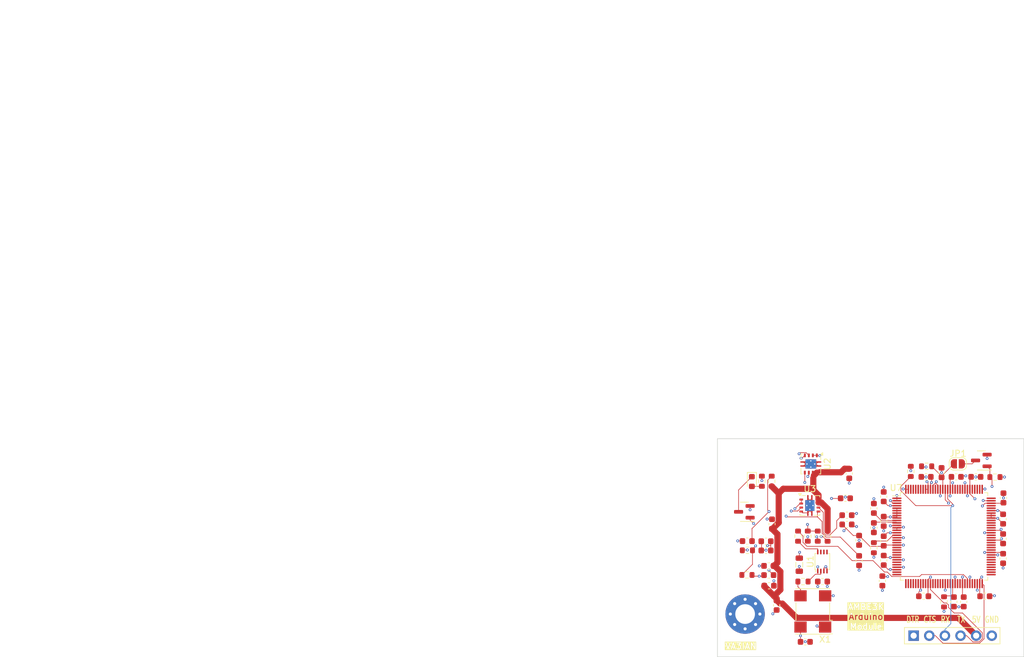
<source format=kicad_pcb>
(kicad_pcb (version 20240108) (generator "pcbnew") (generator_version "8.0")
  (layers (0 "F.Cu" signal) (1 "In1.Cu" signal) (2 "In2.Cu" signal) (31 "B.Cu" signal) (34 "B.Paste" user) (35 "F.Paste" user) (36 "B.SilkS" user "B.Silkscreen") (37 "F.SilkS" user "F.Silkscreen") (38 "B.Mask" user) (39 "F.Mask" user) (44 "Edge.Cuts" user))
  (net 0 "")
  (net 1 "GND")
  (net 2 "+3V3")
  (net 3 "+5V")
  (net 4 "Net-(U2-EN)")
  (net 5 "Net-(U2-NR)")
  (net 6 "Net-(U3-EN)")
  (net 7 "Net-(U3-NR)")
  (net 8 "Net-(D1-K)")
  (net 9 "Net-(D1-A)")
  (net 10 "Net-(U2-FB{slash}SNS)")
  (net 11 "Net-(U3-FB{slash}SNS)")
  (net 13 "+1V8")
  (net 14 "Net-(JP1-B)")
  (net 15 "Net-(U7B-VREF_2V)")
  (net 16 "Net-(U7B-VREF_1V)")
  (net 17 "Net-(U7B-3v3FL)")
  (net 20 "Net-(JP1-A)")
  (net 21 "Net-(X1-OUT)")
  (net 22 "Net-(U1-A)")
  (net 23 "CLK_A")
  (net 24 "Net-(U1-Y4)")
  (net 25 "Net-(U7B-ADCRESEXT)")
  (net 47 "Net-(U7A-NC-Pad50)")
  (net 49 "Net-(U7A-IO_NC-Pad54)")
  (net 50 "Net-(U7A-IO_NC-Pad55)")
  (net 53 "Net-(U7A-IO_NC-Pad65)")
  (net 54 "Net-(U7A-IO_NC-Pad66)")
  (net 55 "Net-(U7A-IO_NC-Pad67)")
  (net 56 "Net-(U7A-IO_PIN)")
  (net 59 "Net-(U7A-IO_NC-Pad72)")
  (net 60 "Net-(U7A-IO_NC-Pad76)")
  (net 62 "Net-(U7A-IO_NC-Pad78)")
  (net 64 "Net-(U7A-IO_NC-Pad81)")
  (net 65 "Net-(U7A-IO_NC-Pad84)")
  (net 66 "Net-(U7A-IO_NC-Pad85)")
  (net 68 "Net-(U7A-NC-Pad87)")
  (net 69 "Net-(U7A-NC-Pad92)")
  (net 70 "Net-(U7A-NC-Pad93)")
  (net 71 "Net-(U7A-NC-Pad96)")
  (net 72 "Net-(U7A-NC-Pad98)")
  (net 73 "Net-(U7A-NC-Pad99)")
  (net 74 "Net-(U7A-NC-Pad100)")
  (net 75 "Net-(U7A-IO_NC-Pad101)")
  (net 76 "Net-(U7A-NC-Pad105)")
  (net 78 "Net-(U7A-IO_NC-Pad107)")
  (net 79 "Net-(U7A-IO_NC-Pad108)")
  (net 80 "Net-(U7A-NC-Pad116)")
  (net 92 "/FTDI_A_DTR")
  (net 93 "/FTDI_A_RXD")
  (net 94 "/FTDI_A_TXD")
  (net 95 "/FTDI_A_CTS")
  (net 96 "/1V8_OSC")
  (footprint "Capacitor_SMD:C_0603_1608Metric" (layer "F.Cu") (at 130.855 104 180)
    (property "Reference" "C1" (hide yes))
    (property "Value" "100n")
  )
  (footprint "Resistor_SMD:R_0603_1608Metric" (layer "F.Cu") (at 142 88.7 90)
    (property "Reference" "R32" (hide yes))
    (property "Value" "24k9")
  )
  (footprint "Resistor_SMD:R_0603_1608Metric" (layer "F.Cu") (at 132.88 86.825 90)
    (property "Reference" "R3" (hide yes))
    (property "Value" "30k9")
  )
  (footprint "Resistor_SMD:R_0603_1608Metric" (layer "F.Cu") (at 150.575 75.475 180)
    (property "Reference" "R31" (hide yes))
    (property "Value" "10k")
  )
  (footprint "Resistor_SMD:R_0603_1608Metric" (layer "F.Cu") (at 123.8 77.9 -90)
    (property "Reference" "R9" (hide yes))
    (property "Value" "330R")
  )
  (footprint "Inductor_SMD:L_0805_2012Metric" (layer "F.Cu") (at 129.88 91.4625 90)
    (property "Reference" "FB1" (hide yes))
    (property "Value" "600R/100M")
  )
  (footprint "Package_TO_SOT_SMD:SOT-23" (layer "F.Cu") (at 159.4625 74.525 180)
    (property "Reference" "Q1" (hide yes))
    (property "Value" "AO3400A")
  )
  (footprint "Resistor_SMD:R_0603_1608Metric" (layer "F.Cu") (at 121.45 89.13)
    (property "Reference" "R7" (hide yes))
    (property "Value" "15k")
  )
  (footprint "Capacitor_SMD:C_0603_1608Metric" (layer "F.Cu") (at 143.6 90.75 90)
    (property "Reference" "C48" (hide yes))
    (property "Value" "100n")
  )
  (footprint "Resistor_SMD:R_0603_1608Metric" (layer "F.Cu") (at 153.4 97.5 -90)
    (property "Reference" "R33" (hide yes))
    (property "Value" "5R1")
  )
  (footprint "Capacitor_SMD:C_0603_1608Metric" (layer "F.Cu") (at 125.45 84.855 -90)
    (property "Reference" "C10" (hide yes))
    (property "Value" "100n")
  )
  (footprint "Oscillator:Oscillator_SMD_Abracon_ASV-4Pin_7.0x5.1mm" (layer "F.Cu") (at 132.08 99.06 90)
    (property "Reference" "X1")
    (property "Value" "29.4912MHz")
  )
  (footprint "Capacitor_SMD:C_0603_1608Metric" (layer "F.Cu") (at 150.0825 96.59)
    (property "Reference" "C51" (hide yes))
    (property "Value" "100n")
  )
  (footprint "Package_DFN_QFN:Texas_DRB0008A" (layer "F.Cu") (at 131.755 75.1 -90)
    (property "Reference" "U2")
    (property "Value" "TPS7A8001DRBR")
  )
  (footprint "Capacitor_SMD:C_0603_1608Metric" (layer "F.Cu") (at 124.925 93.155)
    (property "Reference" "C6" (hide yes))
    (property "Value" "4u7")
  )
  (footprint "Capacitor_SMD:C_0603_1608Metric" (layer "F.Cu") (at 150.4825 77.19)
    (property "Reference" "C39" (hide yes))
    (property "Value" "100n")
  )
  (footprint "Package_TO_SOT_SMD:SOT-23" (layer "F.Cu") (at 120.9525 82.87 180)
    (property "Reference" "Q2" (hide yes))
    (property "Value" "AO3400A")
  )
  (footprint "Capacitor_SMD:C_0603_1608Metric" (layer "F.Cu") (at 142 82.3 -90)
    (property "Reference" "C37" (hide yes))
    (property "Value" "10u")
  )
  (footprint "Resistor_SMD:R_0603_1608Metric" (layer "F.Cu") (at 129.68 86.825 90)
    (property "Reference" "R5" (hide yes))
    (property "Value" "33R")
  )
  (footprint "Resistor_SMD:R_0603_1608Metric" (layer "F.Cu") (at 125.4 77.9 -90)
    (property "Reference" "R6" (hide yes))
    (property "Value" "30k9")
  )
  (footprint "Capacitor_SMD:C_0603_1608Metric" (layer "F.Cu") (at 137.625 83.425 180)
    (property "Reference" "C14" (hide yes))
    (property "Value" "10n")
  )
  (footprint "Capacitor_SMD:C_0603_1608Metric" (layer "F.Cu") (at 124.475 87.655)
    (property "Reference" "C8" (hide yes))
    (property "Value" "100n")
  )
  (footprint "Capacitor_SMD:C_0603_1608Metric" (layer "F.Cu") (at 155.375 77.19 180)
    (property "Reference" "C38" (hide yes))
    (property "Value" "100n")
  )
  (footprint "Package_DFN_QFN:Texas_DRB0008A" (layer "F.Cu") (at 131.6 81.85)
    (property "Reference" "U3")
    (property "Value" "TPS7A8001DRBR")
  )
  (footprint "Resistor_SMD:R_0603_1608Metric" (layer "F.Cu") (at 134.48 86.825 90)
    (property "Reference" "R2" (hide yes))
    (property "Value" "30k9")
  )
  (footprint "Capacitor_SMD:C_0603_1608Metric" (layer "F.Cu") (at 139.6 90.805 90)
    (property "Reference" "C12" (hide yes))
    (property "Value" "4u7")
  )
  (footprint "Capacitor_SMD:C_0603_1608Metric" (layer "F.Cu") (at 133.655 94.2 180)
    (property "Reference" "C2" (hide yes))
    (property "Value" "100n")
  )
  (footprint "Resistor_SMD:R_0603_1608Metric" (layer "F.Cu") (at 161.675 77.225 180)
    (property "Reference" "R30" (hide yes))
    (property "Value" "10k")
  )
  (footprint "Capacitor_SMD:C_0603_1608Metric" (layer "F.Cu") (at 153 76.5 -90)
    (property "Reference" "C33" (hide yes))
    (property "Value" "10u")
  )
  (footprint "Capacitor_SMD:C_0603_1608Metric" (layer "F.Cu") (at 126.2 98.05 90)
    (property "Reference" "C11" (hide yes))
    (property "Value" "4u7")
  )
  (footprint "Jumper:SolderJumper-2_P1.3mm_Open_RoundedPad1.0x1.5mm" (layer "F.Cu") (at 155.65 75.075 180)
    (property "Reference" "JP1")
    (property "Value" "HW RST")
  )
  (footprint "Capacitor_SMD:C_0603_1608Metric" (layer "F.Cu") (at 137.625 84.925 180)
    (property "Reference" "C15" (hide yes))
    (property "Value" "100n")
  )
  (footprint "Capacitor_SMD:C_0603_1608Metric" (layer "F.Cu") (at 124.925 91.655)
    (property "Reference" "C5" (hide yes))
    (property "Value" "4u7")
  )
  (footprint "Connector_PinHeader_2.54mm:PinHeader_1x06_P2.54mm_Vertical" (layer "F.Cu") (at 148.463 102.997 90)
    (property "Reference" "J1" (hide yes))
    (property "Value" "Conn_01x06")
  )
  (footprint "Capacitor_SMD:C_0603_1608Metric" (layer "F.Cu") (at 143.6 87.615 -90)
    (property "Reference" "C52" (hide yes))
    (property "Value" "100n")
  )
  (footprint "Package_QFP:LQFP-128_14x14mm_P0.4mm" (layer "F.Cu") (at 153.4 86.875)
    (property "Reference" "U7")
    (property "Value" "AMBE-3000R")
  )
  (footprint "Capacitor_SMD:C_0603_1608Metric" (layer "F.Cu") (at 143.6 84.415 -90)
    (property "Reference" "C46" (hide yes))
    (property "Value" "100n")
  )
  (footprint "Capacitor_SMD:C_0603_1608Metric" (layer "F.Cu") (at 156.6 97.5 90)
    (property "Reference" "C49" (hide yes))
    (property "Value" "100n")
  )
  (footprint "Capacitor_SMD:C_0603_1608Metric" (layer "F.Cu") (at 143.6 80.415 -90)
    (property "Reference" "C36" (hide yes))
    (property "Value" "100n")
  )
  (footprint "Capacitor_SMD:C_0603_1608Metric" (layer "F.Cu") (at 163 87.25 90)
    (property "Reference" "C44" (hide yes))
    (property "Value" "100n")
  )
  (footprint "LED_SMD:LED_0603_1608Metric" (layer "F.Cu") (at 122.174 77.9525 -90)
    (property "Reference" "D1" (hide yes))
    (property "Value" "WHT")
  )
  (footprint "MountingHole:MountingHole_3.2mm_M3_Pad_Via" (layer "F.Cu") (at 121.0771 99.4871)
    (property "Reference" "H1" (hide yes))
    (property "Value" "M3")
  )
  (footprint "Capacitor_SMD:C_0603_1608Metric" (layer "F.Cu") (at 124.475 89.155)
    (property "Reference" "C9" (hide yes))
    (property "Value" "4u7")
  )
  (footprint "Package_SO:VSSOP-8_2.4x2.1mm_P0.5mm" (layer "F.Cu") (at 133.63 90.95 90)
    (property "Reference" "U1")
    (property "Value" "74AVC9112DCH")
  )
  (footprint "Resistor_SMD:R_0603_1608Metric" (layer "F.Cu") (at 130.48 94.2)
    (property "Reference" "R1" (hide yes))
    (property "Value" "33R")
  )
  (footprint "Capacitor_SMD:C_0603_1608Metric" (layer "F.Cu") (at 138 76.65 90)
    (property "Reference" "C3" (hide yes))
    (property "Value" "100n")
  )
  (footprint "Resistor_SMD:R_0603_1608Metric" (layer "F.Cu") (at 121.375 93.13)
    (property "Reference" "R8" (hide yes))
    (property "Value" "12k")
  )
  (footprint "Capacitor_SMD:C_0603_1608Metric" (layer "F.Cu") (at 158.575 77.19 180)
    (property "Reference" "C40" (hide yes))
    (property "Value" "100n")
  )
  (footprint "Capacitor_SMD:C_0603_1608Metric" (layer "F.Cu") (at 163 84.05 90)
    (property "Reference" "C41" (hide yes))
    (property "Value" "100n")
  )
  (footprint "Capacitor_SMD:C_0603_1608Metric" (layer "F.Cu") (at 163.0575 80.615 -90)
    (property "Reference" "C43" (hide yes))
    (property "Value" "100n")
  )
  (footprint "Capacitor_SMD:C_0603_1608Metric" (layer "F.Cu") (at 139.6 87.5 90)
    (property "Reference" "C16" (hide yes))
    (property "Value" "4u7")
  )
  (footprint "Capacitor_SMD:C_0603_1608Metric" (layer "F.Cu") (at 137.375 80.675 180)
    (property "Reference" "C7" (hide yes))
    (property "Value" "10n")
  )
  (footprint "Capacitor_SMD:C_0603_1608Metric" (layer "F.Cu") (at 121.425 87.63)
    (property "Reference" "C13" (hide yes))
    (property "Value" "4u7")
  )
  (footprint "Capacitor_SMD:C_0603_1608Metric" (layer "F.Cu") (at 163 90.45 90)
    (property "Reference" "C45" (hide yes))
    (property "Value" "100n")
  )
  (footprint "Capacitor_SMD:C_0603_1608Metric" (layer "F.Cu") (at 155 97.5 90)
    (property "Reference" "C42" (hide yes))
    (property "Value" "100n")
  )
  (footprint "Capacitor_SMD:C_0603_1608Metric" (layer "F.Cu") (at 160.0325 96.59 180)
    (property "Reference" "C47" (hide yes))
    (property "Value" "100n")
  )
  (footprint "Capacitor_SMD:C_0603_1608Metric" (layer "F.Cu") (at 142 85.45 90)
    (property "Reference" "C34" (hide yes))
    (property "Value" "10u")
  )
  (footprint "Resistor_SMD:R_0603_1608Metric" (layer "F.Cu") (at 131.26 86.825 90)
    (property "Reference" "R4" (hide yes))
    (property "Value" "10k")
  )
  (footprint "Resistor_SMD:R_0603_1608Metric" (layer "F.Cu") (at 148 76.3 90)
    (property "Reference" "R29" (hide yes))
    (property "Value" "10k")
  )
  (footprint "Capacitor_SMD:C_0603_1608Metric" (layer "F.Cu") (at 143.383 94.094 90)
    (property "Reference" "C35" (hide yes))
    (property "Value" "100n")
  )
  (footprint "Capacitor_SMD:C_0603_1608Metric" (layer "F.Cu") (at 124.975 94.88 180)
    (property "Reference" "C4" (hide yes))
    (property "Value" "100n")
  )
  (gr_line (start 116.586 106.426) (end 116.586 70.993) (stroke (width 0.1)) (layer "Edge.Cuts"))
  (gr_line (start 166.37 106.426) (end 116.586 106.426) (stroke (width 0.1)) (layer "Edge.Cuts"))
  (gr_line (start 166.37 70.993) (end 166.37 106.426) (stroke (width 0.1)) (layer "Edge.Cuts"))
  (gr_line (start 116.586 70.993) (end 166.37 70.993) (stroke (width 0.1)) (layer "Edge.Cuts"))
  (gr_text "GND" (at 161.163 100.965 0) (layer "F.SilkS") (effects (font (size 1 0.75)) (justify bottom)))
  (gr_text "VA3IAN" (at 120.396 105.283 0) (layer "F.SilkS" knockout) (effects (font (size 1 1)) (justify bottom)))
  (gr_text "CTS" (at 149.987 100.965 0) (layer "F.SilkS") (effects (font (size 1 0.75)) (justify left bottom)))
  (gr_text "AMBE3K\nArduino\nModule" (at 140.716 102.108 0) (layer "F.SilkS" knockout) (effects (font (size 1 1)) (justify bottom)))
  (gr_text "5V" (at 157.861 100.965 0) (layer "F.SilkS") (effects (font (size 1 0.75)) (justify left bottom)))
  (gr_text "DTR" (at 147.193 100.965 0) (layer "F.SilkS") (effects (font (size 1 0.75)) (justify left bottom)))
  (gr_text "RX" (at 152.781 100.965 0) (layer "F.SilkS") (effects (font (size 1 0.75)) (justify left bottom)))
  (gr_text "TX" (at 155.448 100.965 0) (layer "F.SilkS") (effects (font (size 1 0.75)) (justify left bottom)))
  (segment (start 137.9508 80.4758) (end 138.15 80.675) (width 0.1) (layer "F.Cu") (net 1))
  (segment (start 157.6 94.5375) (end 157.6 93.4737) (width 0.1) (layer "F.Cu") (net 1))
  (segment (start 145.66 85.1525) (end 145.7375 85.075) (width 0.1) (layer "F.Cu") (net 1))
  (segment (start 130.4125 83.0375) (end 130.2 82.825) (width 0.1) (layer "F.Cu") (net 1))
  (segment (start 150.4825 77.2101) (end 149.7276 77.2101) (width 0.1) (layer "F.Cu") (net 1))
  (segment (start 132.1 81.85) (end 131.6 81.85) (width 0.1) (layer "F.Cu") (net 1))
  (segment (start 145.1102 81.475) (end 145.7375 81.475) (width 0.1) (layer "F.Cu") (net 1))
  (segment (start 155.2 94.5375) (end 155.2 93.4816) (width 0.1) (layer "F.Cu") (net 1))
  (segment (start 132.9425 75.425) (end 132.6175 75.1) (width 0.1) (layer "F.Cu") (net 1))
  (segment (start 142 89.525) (end 142 90.2497) (width 0.1) (layer "F.Cu") (net 1))
  (segment (start 149.6 94.5375) (end 149.6 95.599) (width 0.1) (layer "F.Cu") (net 1))
  (segment (start 132.6175 75.1) (end 132.38 75.1) (width 0.1) (layer "F.Cu") (net 1))
  (segment (start 131.925 83.0375) (end 131.6 82.7125) (width 0.1) (layer "F.Cu") (net 1))
  (segment (start 160.0468 79.1674) (end 159.6451 79.1674) (width 0.1) (layer "F.Cu") (net 1))
  (segment (start 145.7375 83.707) (end 145.7375 83.875) (width 0.1) (layer "F.Cu") (net 1))
  (segment (start 125.5787 99.4463) (end 126.2 98.825) (width 0.1) (layer "F.Cu") (net 1))
  (segment (start 131.26 87.65) (end 131.26 86.9224) (width 0.1) (layer "F.Cu") (net 1))
  (segment (start 161.0625 83.475) (end 161.0625 83.075) (width 0.1) (layer "F.Cu") (net 1))
  (segment (start 156.5707 98.3043) (end 155.7999 98.3043) (width 0.1) (layer "F.Cu") (net 1))
  (segment (start 123.9741 93.3309) (end 123.3719 93.3309) (width 0.1) (layer "F.Cu") (net 1))
  (segment (start 158.575 77.2101) (end 159.3299 77.2101) (width 0.1) (layer "F.Cu") (net 1))
  (segment (start 137.375 80.4758) (end 137.9508 80.4758) (width 0.1) (layer "F.Cu") (net 1))
  (segment (start 134.1887 91.9833) (end 134.38 91.9833) (width 0.1) (layer "F.Cu") (net 1))
  (segment (start 161.0625 83.875) (end 161.1174 83.9299) (width 0.1) (layer "F.Cu") (net 1))
  (segment (start 143.6 78.8672) (end 143.6 79.64) (width 0.1) (layer "F.Cu") (net 1))
  (segment (start 143.383 95.6372) (end 143.383 94.869) (width 0.1) (layer "F.Cu") (net 1))
  (segment (start 161.0625 89.875) (end 162.1283 89.875) (width 0.1) (layer "F.Cu") (net 1))
  (segment (start 131.6 81.225) (end 131.6 80.9875) (width 0.1) (layer "F.Cu") (net 1))
  (segment (start 151.6 79.2125) (end 151.6 78.5683) (width 0.1) (layer "F.Cu") (net 1))
  (segment (start 125.75 94.0809) (end 125.75 94.88) (width 0.1) (layer "F.Cu") (net 1))
  (segment (start 124.15 91.655) (end 123.381 91.655) (width 0.1) (layer "F.Cu") (net 1))
  (segment (start 130.175 74.168) (end 130.312 74.168) (width 0.1) (layer "F.Cu") (net 1))
  (segment (start 135.2377 96.504) (end 135.2217 96.52) (width 0.1) (layer "F.Cu") (net 1))
  (segment (start 150.622 77.978) (end 150.8 78.156) (width 0.1) (layer "F.Cu") (net 1))
  (segment (start 144.6811 81.0459) (end 145.1102 81.475) (width 0.1) (layer "F.Cu") (net 1))
  (segment (start 124.15 93.155) (end 123.9741 93.3309) (width 0.1) (layer "F.Cu") (net 1))
  (segment (start 159.6451 79.1674) (end 159.6 79.2125) (width 0.1) (layer "F.Cu") (net 1))
  (segment (start 138 77.425) (end 138 78.2012) (width 0.1) (layer "F.Cu") (net 1))
  (segment (start 125.4193 84.0493) (end 125.45 84.08) (width 0.1) (layer "F.Cu") (net 1))
  (segment (start 145.7375 82.275) (end 145.7375 82.675) (width 0.1) (layer "F.Cu") (net 1))
  (segment (start 145.7375 83.475) (end 145.7375 83.707) (width 0.1) (layer "F.Cu") (net 1))
  (segment (start 131.6 80.9875) (end 131.275 80.6625) (width 0.1) (layer "F.Cu") (net 1))
  (segment (start 131.925 80.6625) (end 131.6 80.9875) (width 0.1) (layer "F.Cu") (net 1))
  (segment (start 123.3719 93.3309) (end 122.4009 93.3309) (width 0.1) (layer "F.Cu") (net 1))
  (segment (start 151.9996 78.1687) (end 152.4 78.5691) (width 0.1) (layer "F.Cu") (net 1))
  (segment (start 131.6 82.7125) (end 131.275 83.0375) (width 0.1) (layer "F.Cu") (net 1))
  (segment (start 156.9336 77.027) (end 156.313 77.027) (width 0.1) (layer "F.Cu") (net 1))
  (segment (start 131.275 83.0375) (end 130.4125 83.0375) (width 0.1) (layer "F.Cu") (net 1))
  (segment (start 123.7512 87.7062) (end 123.7 87.655) (width 0.1) (layer "F.Cu") (net 1))
  (segment (start 150.8 78.156) (end 150.8 79.2125) (width 0.1) (layer "F.Cu") (net 1))
  (segment (start 162.1219 83.9299) (end 162.1219 83.9469) (width 0.1) (layer "F.Cu") (net 1))
  (segment (start 122.4009 93.3309) (end 122.2 93.13) (width 0.1) (layer "F.Cu") (net 1))
  (segment (start 149.7276 77.2101) (end 149.7075 77.19) (width 0.1) (layer "F.Cu") (net 1))
  (segment (start 145.7375 83.075) (end 145.7375 83.475) (width 0.1) (layer "F.Cu") (net 1))
  (segment (start 154.8 79.2125) (end 154.8 78.1532) (width 0.1) (layer "F.Cu") (net 1))
  (segment (start 162.5048 77.2202) (end 162.5 77.225) (width 0.1) (layer "F.Cu") (net 1))
  (segment (start 139.6 91.58) (end 139.6 92.358) (width 0.1) (layer "F.Cu") (net 1))
  (segment (start 162.5094 87.475) (end 163 87.9656) (width 0.1) (layer "F.Cu") (net 1))
  (segment (start 144.6736 92.2426) (end 144.3176 92.2426) (width 0.1) (layer "F.Cu") (net 1))
  (segment (start 161.0625 83.875) (end 161.0625 83.475) (width 0.1) (layer "F.Cu") (net 1))
  (segment (start 123.7512 89.1038) (end 123.7512 87.7062) (width 0.1) (layer "F.Cu") (net 1))
  (segment (start 163 87.9656) (end 163 88.025) (width 0.1) (layer "F.Cu") (net 1))
  (segment (start 151.9996 78.1687) (end 151.9996 78.1244) (width 0.1) (layer "F.Cu") (net 1))
  (segment (start 145.7375 82.675) (end 145.7375 83.075) (width 0.1) (layer "F.Cu") (net 1))
  (segment (start 119.8741 87.5956) (end 120.6156 87.5956) (width 0.1) (layer "F.Cu") (net 1))
  (segment (start 123.7512 89.1038) (end 123.7 89.155) (width 0.1) (layer "F.Cu") (net 1))
  (segment (start 144.6685 86.275) (end 144.165 86.275) (width 0.1) (layer "F.Cu") (net 1))
  (segment (start 149.6 95.599) (end 149.3075 95.8915) (width 0.1) (layer "F.Cu") (net 1))
  (segment (start 130.8925 75.1) (end 130.5675 74.775) (width 0.1) (layer "F.Cu") (net 1))
  (segment (start 147.6 79.2125) (end 147.2 79.2125) (width 0.1) (layer "F.Cu") (net 1))
  (segment (start 142 86.225) (end 142 85.45) (width 0.1) (layer "F.Cu") (net 1))
  (segment (start 120.6156 87.5956) (end 120.65 87.63) (width 0.1) (layer "F.Cu") (net 1))
  (segment (start 145.7375 90.675) (end 146.793 90.675) (width 0.1) (layer "F.Cu") (net 1))
  (segment (start 161.0625 81.075) (end 159.815 81.075) (width 0.1) (layer "F.Cu") (net 1))
  (segment (start 157.2 80.2683) (end 157.2 79.2125) (width 0.1) (layer "F.Cu") (net 1))
  (segment (start 151.6 78.5683) (end 151.9996 78.1687) (width 0.1) (layer "F.Cu") (net 1))
  (segment (start 147.1434 79.1559) (end 147.2 79.2125) (width 0.1) (layer "F.Cu") (net 1))
  (segment (start 145.7375 92.275) (end 145.7051 92.2426) (width 0.1) (layer "F.Cu") (net 1))
  (segment (start 138.7395 85.2645) (end 138.4 84.925) (width 0.1) (layer "F.Cu") (net 1))
  (segment (start 133.88 91.9833) (end 134.1887 91.9833) (width 0.1) (layer "F.Cu") (net 1))
  (segment (start 134.1887 91.7852) (end 134.1887 91.9833) (width 0.1) (layer "F.Cu") (net 1))
  (segment (start 160.8935 96.504) (end 160.8075 96.59) (width 0.1) (layer "F.Cu") (net 1))
  (segment (start 135.4003 96.504) (end 135.2377 96.504) (width 0.1) (layer "F.Cu") (net 1))
  (segment (start 124.6499 84.0493) (end 125.4193 84.0493) (width 0.1) (layer "F.Cu") (net 1))
  (segment (start 144.165 86.275) (end 143.6 86.84) (width 0.1) (layer "F.Cu") (net 1))
  (segment (start 162.7344 87.25) (end 162.5094 87.475) (width 0.1) (layer "F.Cu") (net 1))
  (segment (start 121.89 81.92) (end 121.89 82.5434) (width 0.1) (layer "F.Cu") (net 1))
  (segment (start 138.6836 83.1414) (end 138.4 83.425) (width 0.1) (layer "F.Cu") (net 1))
  (segment (start 131.755 75.6) (end 131.755 75.1) (width 0.1) (layer "F.Cu") (net 1))
  (segment (start 131.6077 103.9777) (end 131.63 104) (width 0.1) (layer "F.Cu") (net 1))
  (segment (start 156.6 98.275) (end 156.5707 98.3043) (width 0.1) (layer "F.Cu") (net 1))
  (segment (start 134.43 94.2) (end 134.43 94.9932) (width 0.1) (layer "F.Cu") (net 1))
  (segment (start 160.4 73.575) (end 160.4 74.2056) (width 0.1) (layer "F.Cu") (net 1))
  (segment (start 139.1806 85.2645) (end 138.7395 85.2645) (width 0.1) (layer "F.Cu") (net 1))
  (segment (start 131.13 75.1) (end 130.8925 75.1) (width 0.1) (layer "F.Cu") (net 1))
  (segment (start 144.3176 92.2426) (end 143.6 91.525) (width 0.1) (layer "F.Cu") (net 1))
  (segment (start 163.0575 79.84) (end 163.0575 80.615) (width 0.1) (layer "F.Cu") (net 1))
  (segment (start 130.855 103.9777) (end 131.6077 103.9777) (width 0.1) (layer "F.Cu") (net 1))
  (segment (start 163 91.9927) (end 163 91.225) (width 0.1) (layer "F.Cu") (net 1))
  (segment (start 145.7375 86.275) (end 144.6685 86.275) (width 0.1) (layer "F.Cu") (net 1))
  (segment (start 159.3299 77.2101) (end 159.35 77.19) (width 0.1) (layer "F.Cu") (net 1))
  (segment (start 149.3075 95.8915) (end 149.3075 96.59) (width 0.1) (layer "F.Cu") (net 1))
  (segment (start 144.6776 83.707) (end 143.667 83.707) (width 0.1) (layer "F.Cu") (net 1))
  (segment (start 151.9996 78.1244) (end 152.146 77.978) (width 0.1) (layer "F.Cu") (net 1))
  (segment (start 130.8925 75.1) (end 130.5675 75.425) (width 0.1) (layer "F.Cu") (net 1))
  (segment (start 158.8 94.5375) (end 158.8 95.5955) (width 0.1) (layer "F.Cu") (net 1))
  (segment (start 145.7051 92.2426) (end 144.6736 92.2426) (width 0.1) (layer "F.Cu") (net 1))
  (segment (start 150.8 79.2125) (end 150.4 79.2125) (width 0.1) (layer "F.Cu") (net 1))
  (segment (start 143.667 83.707) (end 143.6 83.64) (width 0.1) (layer "F.Cu") (net 1))
  (segment (start 132.6175 75.1) (end 132.9425 74.775) (width 0.1) (layer "F.Cu") (net 1))
  (segment (start 139.6 88.275) (end 139.6 87.5027) (width 0.1) (layer "F.Cu") (net 1))
  (segment (start 153 75.725) (end 153 76.5) (width 0.1) (layer "F.Cu") (net 1))
  (segment (start 163.2233 77.2202) (end 162.5048 77.2202) (width 0.1) (layer "F.Cu") (net 1))
  (segment (start 156.313 77.027) (end 156.15 77.19) (width 0.1) (layer "F.Cu") (net 1))
  (segment (start 155.7999 98.3043) (end 155.0293 98.3043) (width 0.1) (layer "F.Cu") (net 1))
  (segment (start 142 81.525) (end 142 80.7467) (width 0.1) (layer "F.Cu") (net 1))
  (segment (start 161.1174 83.9299) (end 162.1219 83.9299) (width 0.1) (layer "F.Cu") (net 1))
  (segment (start 161.5921 96.504) (end 160.8935 96.504) (width 0.1) (layer "F.Cu") (net 1))
  (segment (start 162.1219 83.9469) (end 163 84.825) (width 0.1) (layer "F.Cu") (net 1))
  (segment (start 145.7375 83.707) (end 144.6776 83.707) (width 0.1) (layer "F.Cu") (net 1))
  (segment (start 124.475 89.1038) (end 123.7512 89.1038) (width 0.1) (layer "F.Cu") (net 1))
  (segment (start 155.0293 98.3043) (end 155 98.275) (width 0.1) (layer "F.Cu") (net 1))
  (segment (start 162.5094 87.475) (end 161.0625 87.475) (width 0.1) (layer "F.Cu") (net 1))
  (segment (start 144.6729 85.1525) (end 145.66 85.1525) (width 0.1) (layer "F.Cu") (net 1))
  (segment (start 146.7952 87.075) (end 145.7375 87.075) (width 0.1) (layer "F.Cu") (net 1))
  (segment (start 131.6 82.475) (end 131.6 82.7125) (width 0.1) (layer "F.Cu") (net 1))
  (segment (start 146.7579 79.1559) (end 147.1434 79.1559) (width 0.1) (layer "F.Cu") (net 1))
  (segment (start 139.1819 83.1414) (end 138.6836 83.1414) (width 0.1) (layer "F.Cu") (net 1))
  (segment (start 134.08 96.52) (end 135.2217 96.52) (width 0.1) (layer "F.Cu") (net 1))
  (segment (start 159.815 81.075) (end 159.766 81.026) (width 0.1) (layer "F.Cu") (net 1))
  (segment (start 134.38 92.5) (end 134.38 91.9833) (width 0.1) (layer "F.Cu") (net 1))
  (segment (start 133.88 92.5) (end 133.88 91.9833) (width 0.1) (layer "F.Cu") (net 1))
  (segment (start 130.312 74.168) (end 130.78 73.7) (width 0.1) (layer "F.Cu") (net 1))
  (segment (start 152.4 78.5691) (end 152.4 79.2125) (width 0.1) (layer "F.Cu") (net 1))
  (via (at 135.4003 96.504) (size 0.45) (drill 0.2) (layers "F.Cu" "B.Cu") (net 1))
  (via (at 121.89 82.5434) (size 0.45) (drill 0.2) (layers "F.Cu" "B.Cu") (net 1))
  (via (at 161.5921 96.504) (size 0.45) (drill 0.2) (layers "F.Cu" "B.Cu") (net 1))
  (via (at 142 85.45) (size 0.45) (drill 0.2) (layers "F.Cu" "B.Cu") (net 1))
  (via (at 130.175 74.168) (size 0.45) (drill 0.2) (layers "F.Cu" "B.Cu") (net 1))
  (via (at 123.381 91.655) (size 0.45) (drill 0.2) (layers "F.Cu" "B.Cu") (net 1))
  (via (at 125.5787 99.4463) (size 0.45) (drill 0.2) (layers "F.Cu" "B.Cu") (net 1))
  (via (at 137.375 80.4758) (size 0.45) (drill 0.2) (layers "F.Cu" "B.Cu") (net 1))
  (via (at 139.1806 85.2645) (size 0.45) (drill 0.2) (layers "F.Cu" "B.Cu") (net 1))
  (via (at 156.9336 77.027) (size 0.45) (drill 0.2) (layers "F.Cu" "B.Cu") (net 1))
  (via (at 144.6685 86.275) (size 0.45) (drill 0.2) (layers "F.Cu" "B.Cu") (net 1))
  (via (at 138 78.2012) (size 0.45) (drill 0.2) (layers "F.Cu" "B.Cu") (net 1))
  (via (at 131.26 86.9224) (size 0.45) (drill 0.2) (layers "F.Cu" "B.Cu") (net 1))
  (via (at 157.6 93.4737) (size 0.45) (drill 0.2) (layers "F.Cu" "B.Cu") (net 1))
  (via (at 150.4825 77.2101) (size 0.45) (drill 0.2) (layers "F.Cu" "B.Cu") (net 1))
  (via (at 139.6 92.358) (size 0.45) (drill 0.2) (layers "F.Cu" "B.Cu") (net 1))
  (via (at 119.8741 87.5956) (size 0.45) (drill 0.2) (layers "F.Cu" "B.Cu") (net 1))
  (via (at 124.6499 84.0493) (size 0.45) (drill 0.2) (layers "F.Cu" "B.Cu") (net 1))
  (via (at 125.75 94.0809) (size 0.45) (drill 0.2) (layers "F.Cu" "B.Cu") (net 1))
  (via (at 153 76.5) (size 0.45) (drill 0.2) (layers "F.Cu" "B.Cu") (net 1))
  (via (at 154.8 78.1532) (size 0.45) (drill 0.2) (layers "F.Cu" "B.Cu") (net 1))
  (via (at 142 80.7467) (size 0.45) (drill 0.2) (layers "F.Cu" "B.Cu") (net 1))
  (via (at 162.1219 83.9299) (size 0.45) (drill 0.2) (layers "F.Cu" "B.Cu") (net 1))
  (via (at 134.43 94.9932) (size 0.45) (drill 0.2) (layers "F.Cu" "B.Cu") (net 1))
  (via (at 146.793 90.675) (size 0.45) (drill 0.2) (layers "F.Cu" "B.Cu") (net 1))
  (via (at 163.0575 80.615) (size 0.45) (drill 0.2) (layers "F.Cu" "B.Cu") (net 1))
  (via (at 142 90.2497) (size 0.45) (drill 0.2) (layers "F.Cu" "B.Cu") (net 1))
  (via (at 130.855 103.9777) (size 0.45) (drill 0.2) (layers "F.Cu" "B.Cu") (net 1))
  (via (at 157.2 80.2683) (size 0.45) (drill 0.2) (layers "F.Cu" "B.Cu") (net 1))
  (via (at 163.2233 77.2202) (size 0.45) (drill 0.2) (layers "F.Cu" "B.Cu") (net 1))
  (via (at 160.4 74.2056) (size 0.45) (drill 0.2) (layers "F.Cu" "B.Cu") (net 1))
  (via (at 162.1283 89.875) (size 0.45) (drill 0.2) (layers "F.Cu" "B.Cu") (net 1))
  (via (at 163 91.9927) (size 0.45) (drill 0.2) (layers "F.Cu" "B.Cu") (net 1))
  (via (at 143.383 95.6372) (size 0.45) (drill 0.2) (layers "F.Cu" "B.Cu") (net 1))
  (via (at 143.6 78.8672) (size 0.45) (drill 0.2) (layers "F.Cu" "B.Cu") (net 1))
  (via (at 139.1819 83.1414) (size 0.45) (drill 0.2) (layers "F.Cu" "B.Cu") (net 1))
  (via (at 159.766 81.026) (size 0.45) (drill 0.2) (layers "F.Cu" "B.Cu") (net 1))
  (via (at 146.7952 87.075) (size 0.45) (drill 0.2) (layers "F.Cu" "B.Cu") (net 1))
  (via (at 124.475 89.1038) (size 0.45) (drill 0.2) (layers "F.Cu" "B.Cu") (net 1))
  (via (at 144.6729 85.1525) (size 0.45) (drill 0.2) (layers "F.Cu" "B.Cu") (net 1))
  (via (at 158.8 95.5955) (size 0.45) (drill 0.2) (layers "F.Cu" "B.Cu") (net 1))
  (via (at 150.622 77.978) (size 0.45) (drill 0.2) (layers "F.Cu" "B.Cu") (net 1))
  (via (at 144.6776 83.707) (size 0.45) (drill 0.2) (layers "F.Cu" "B.Cu") (net 1))
  (via (at 146.7579 79.1559) (size 0.45) (drill 0.2) (layers "F.Cu" "B.Cu") (net 1))
  (via (at 158.575 77.2101) (size 0.45) (drill 0.2) (layers "F.Cu" "B.Cu") (net 1))
  (via (at 144.6736 92.2426) (size 0.45) (drill 0.2) (layers "F.Cu" "B.Cu") (net 1))
  (via (at 149.6 95.599) (size 0.45) (drill 0.2) (layers "F.Cu" "B.Cu") (net 1))
  (via (at 139.6 87.5027) (size 0.45) (drill 0.2) (layers "F.Cu" "B.Cu") (net 1))
  (via (at 155.2 93.4816) (size 0.45) (drill 0.2) (layers "F.Cu" "B.Cu") (net 1))
  (via (at 144.6811 81.0459) (size 0.45) (drill 0.2) (layers "F.Cu" "B.Cu") (net 1))
  (via (at 155.7999 98.3043) (size 0.45) (drill 0.2) (layers "F.Cu" "B.Cu") (net 1))
  (via (at 162.7344 87.25) (size 0.45) (drill 0.2) (layers "F.Cu" "B.Cu") (net 1))
  (via (at 160.0468 79.1674) (size 0.45) (drill 0.2) (layers "F.Cu" "B.Cu") (net 1))
  (via (at 152.146 77.978) (size 0.45) (drill 0.2) (layers "F.Cu" "B.Cu") (net 1))
  (via (at 134.1887 91.7852) (size 0.45) (drill 0.2) (layers "F.Cu" "B.Cu") (net 1))
  (via (at 123.3719 93.3309) (size 0.45) (drill 0.2) (layers "F.Cu" "B.Cu") (net 1))
  (segment (start 131.755 75.6) (end 131.755 75.1) (width 0.1) (layer "B.Cu") (net 1))
  (segment (start 132.1 81.85) (end 131.6 81.85) (width 0.1) (layer "B.Cu") (net 1))
  (segment (start 123.8 77.075) (end 123.8 77.8029) (width 0.1) (layer "F.Cu") (net 2))
  (segment (start 145.7375 80.675) (end 145.7375 81.075) (width 0.1) (layer "F.Cu") (net 2))
  (segment (start 151.3706 78.105) (end 151.2 78.2756) (width 0.1) (layer "F.Cu") (net 2))
  (segment (start 162.5094 85.875) (end 161.0625 85.875) (width 0.1) (layer "F.Cu") (net 2))
  (segment (start 125.25 87.655) (end 125.25 88.3553) (width 0.1) (layer "F.Cu") (net 2))
  (segment (start 151.2 78.2756) (end 151.2 79.2125) (width 0.1) (layer "F.Cu") (net 2))
  (segment (start 144.285 81.875) (end 143.6 81.19) (width 0.1) (layer "F.Cu") (net 2))
  (segment (start 162.5094 85.875) (end 163 86.3656) (width 0.1) (layer "F.Cu") (net 2))
  (segment (start 151.3706 77.3031) (end 151.2575 77.19) (width 0.1) (layer "F.Cu") (net 2))
  (segment (start 145.7375 81.875) (end 144.6732 81.875) (width 0.1) (layer "F.Cu") (net 2))
  (segment (start 143.9214 90.2964) (end 143.6 89.975) (width 0.1) (layer "F.Cu") (net 2))
  (segment (start 161.0625 82.675) (end 162.122 82.675) (width 0.1) (layer "F.Cu") (net 2))
  (segment (start 133.2103 73.7496) (end 132.7796 73.7496) (width 0.1) (layer "F.Cu") (net 2))
  (segment (start 149.8649 75.5899) (end 149.75 75.475) (width 0.1) (layer "F.Cu") (net 2))
  (segment (start 163 86.3656) (end 163 86.475) (width 0.1) (layer "F.Cu") (net 2))
  (segment (start 132.88 87.65) (end 132.88 87.0955) (width 0.1) (layer "F.Cu") (net 2))
  (segment (start 151.3706 78.105) (end 151.3706 77.3031) (width 0.1) (layer "F.Cu") (net 2))
  (segment (start 162.4 82.675) (end 163 83.275) (width 0.1) (layer "F.Cu") (net 2))
  (segment (start 132.88 87.0955) (end 132.715 86.9305) (width 0.1) (layer "F.Cu") (net 2))
  (segment (start 162.122 82.675) (end 162.4 82.675) (width 0.1) (layer "F.Cu") (net 2))
  (segment (start 132.73 73.7) (end 132.08 73.7) (width 0.1) (layer "F.Cu") (net 2))
  (segment (start 146.8036 85.3685) (end 145.844 85.3685) (width 0.1) (layer "F.Cu") (net 2))
  (segment (start 145.844 85.3685) (end 145.7375 85.475) (width 0.1) (layer "F.Cu") (net 2))
  (segment (start 143.6 85.19) (end 143.6 85.9673) (width 0.1) (layer "F.Cu") (net 2))
  (segment (start 125.25 88.3553) (end 125.25 89.155) (width 0.1) (layer "F.Cu") (net 2))
  (segment (start 148 75.475) (end 148 76.1949) (width 0.1) (layer "F.Cu") (net 2))
  (segment (start 145.7161 90.2964) (end 144.6732 90.2964) (width 0.1) (layer "F.Cu") (net 2))
  (segment (start 153.6 94.5375) (end 153.6 95.5934) (width 0.1) (layer "F.Cu") (net 2))
  (segment (start 132.7796 73.7496) (end 132.73 73.7) (width 0.1) (layer "F.Cu") (net 2))
  (segment (start 124.7008 88.3553) (end 125.25 88.3553) (width 0.1) (layer "F.Cu") (net 2))
  (segment (start 144.6732 81.875) (end 144.285 81.875) (width 0.1) (layer "F.Cu") (net 2))
  (segment (start 153.4 98.325) (end 153.4 99.0459) (width 0.1) (layer "F.Cu") (net 2))
  (segment (start 145.7375 80.675) (end 145.7375 80.2313) (width 0.1) (layer "F.Cu") (net 2))
  (segment (start 150.4787 75.5899) (end 149.8649 75.5899) (width 0.1) (layer "F.Cu") (net 2))
  (segment (start 144.6732 90.2964) (end 143.9214 90.2964) (width 0.1) (layer "F.Cu") (net 2))
  (segment (start 145.7375 85.475) (end 145.7375 85.875) (width 0.1) (layer "F.Cu") (net 2))
  (segment (start 156.8 79.2125) (end 156.8 78.1506) (width 0.1) (layer "F.Cu") (net 2))
  (segment (start 162.6782 85.7062) (end 162.5094 85.875) (width 0.1) (layer "F.Cu") (net 2))
  (segment (start 145.7375 90.275) (end 145.7161 90.2964) (width 0.1) (layer "F.Cu") (net 2))
  (via (at 132.715 86.9305) (size 0.45) (drill 0.2) (layers "F.Cu" "B.Cu") (net 2))
  (via (at 143.6 85.9673) (size 0.45) (drill 0.2) (layers "F.Cu" "B.Cu") (net 2))
  (via (at 133.2103 73.7496) (size 0.45) (drill 0.2) (layers "F.Cu" "B.Cu") (net 2))
  (via (at 146.8036 85.3685) (size 0.45) (drill 0.2) (layers "F.Cu" "B.Cu") (net 2))
  (via (at 144.6732 90.2964) (size 0.45) (drill 0.2) (layers "F.Cu" "B.Cu") (net 2))
  (via (at 145.7375 80.2313) (size 0.45) (drill 0.2) (layers "F.Cu" "B.Cu") (net 2))
  (via (at 150.4787 75.5899) (size 0.45) (drill 0.2) (layers "F.Cu" "B.Cu") (net 2))
  (via (at 123.8 77.8029) (size 0.45) (drill 0.2) (layers "F.Cu" "B.Cu") (net 2))
  (via (at 162.122 82.675) (size 0.45) (drill 0.2) (layers "F.Cu" "B.Cu") (net 2))
  (via (at 151.3706 78.105) (size 0.45) (drill 0.2) (layers "F.Cu" "B.Cu") (net 2))
  (via (at 148 76.1949) (size 0.45) (drill 0.2) (layers "F.Cu" "B.Cu") (net 2))
  (via (at 153.6 95.5934) (size 0.45) (drill 0.2) (layers "F.Cu" "B.Cu") (net 2))
  (via (at 144.6732 81.875) (size 0.45) (drill 0.2) (layers "F.Cu" "B.Cu") (net 2))
  (via (at 156.8 78.1506) (size 0.45) (drill 0.2) (layers "F.Cu" "B.Cu") (net 2))
  (via (at 153.4 99.0459) (size 0.45) (drill 0.2) (layers "F.Cu" "B.Cu") (net 2))
  (via (at 162.6782 85.7062) (size 0.45) (drill 0.2) (layers "F.Cu" "B.Cu") (net 2))
  (via (at 124.7008 88.3553) (size 0.45) (drill 0.2) (layers "F.Cu" "B.Cu") (net 2))
  (segment (start 138 75.875) (end 137.2366 75.875) (width 1) (layer "F.Cu") (net 3))
  (segment (start 132.1563 76.9798) (end 132.2502 76.9798) (width 0.3102) (layer "F.Cu") (net 3))
  (segment (start 126.7089 97.7839) (end 126.2 97.275) (width 0.9016) (layer "F.Cu") (net 3))
  (segment (start 127.2732 79.1286) (end 126.5384 79.8634) (width 1) (layer "F.Cu") (net 3))
  (segment (start 133 81.3625) (end 133 80.875) (width 0.3102) (layer "F.Cu") (net 3))
  (segment (start 125.7832 96.5578) (end 124.2 94.9747) (width 1) (layer "F.Cu") (net 3))
  (segment (start 132.1563 76.5763) (end 132.08 76.5) (width 0.3102) (layer "F.Cu") (net 3))
  (segment (start 132.2502 76.9798) (end 132.73 76.5) (width 1) (layer "F.Cu") (net 3))
  (segment (start 137.2366 75.875) (end 136.6712 76.4404) (width 1) (layer "F.Cu") (net 3))
  (segment (start 126.2 96.9747) (end 125.7832 96.5578) (width 1) (layer "F.Cu") (net 3))
  (segment (start 126.8005 92.5632) (end 126.8005 95.5405) (width 1) (layer "F.Cu") (net 3))
  (segment (start 136.6712 76.4404) (end 133.1935 76.4404) (width 1) (layer "F.Cu") (net 3))
  (segment (start 126.5384 84.6293) (end 126.5384 79.8634) (width 1) (layer "F.Cu") (net 3))
  (segment (start 126.2 97.275) (end 126.2 96.9747) (width 1) (layer "F.Cu") (net 3))
  (segment (start 126.3323 86.5123) (end 125.4939 85.6738) (width 1) (layer "F.Cu") (net 3))
  (segment (start 125.4939 85.6738) (end 125.45 85.63) (width 1) (layer "F.Cu") (net 3))
  (segment (start 125.8442 91.6069) (end 126.3323 91.1188) (width 1) (layer "F.Cu") (net 3))
  (segment (start 125.7481 91.6069) (end 125.8442 91.6069) (width 1) (layer "F.Cu") (net 3))
  (segment (start 155.7343 100.1083) (end 129.4612 100.1083) (width 1) (layer "F.Cu") (net 3))
  (segment (start 133 80.875) (end 133 80.1686) (width 1) (layer "F.Cu") (net 3))
  (segment (start 125.4939 85.6738) (end 126.5384 84.6293) (width 1) (layer "F.Cu") (net 3))
  (segment (start 132.1563 78.9323) (end 132.1563 77.3834) (width 1) (layer "F.Cu") (net 3))
  (segment (start 126.5384 79.8634) (end 125.4 78.725) (width 1) (layer "F.Cu") (net 3))
  (segment (start 133.463 81.3625) (end 133 81.3625) (width 1) (layer "F.Cu") (net 3))
  (segment (start 132.1563 77.3834) (end 132.1563 76.9798) (width 0.3102) (layer "F.Cu") (net 3))
  (segment (start 134.48 82.3795) (end 133.463 81.3625) (width 1) (layer "F.Cu") (net 3))
  (segment (start 131.96 79.1286) (end 132.1563 78.9323) (width 1) (layer "F.Cu") (net 3))
  (segment (start 132.1563 76.9798) (end 132.1563 76.5763) (width 0.3102) (layer "F.Cu") (net 3))
  (segment (start 131.96 79.1286) (end 127.2732 79.1286) (width 1) (layer "F.Cu") (net 3))
  (segment (start 133 80.1686) (end 131.96 79.1286) (width 1) (layer "F.Cu") (net 3))
  (segment (start 126.8005 95.5405) (end 125.7832 96.5578) (width 1) (layer "F.Cu") (net 3))
  (segment (start 134.48 86) (end 134.48 82.3795) (width 1) (layer "F.Cu") (net 3))
  (segment (start 133 81.525) (end 133 81.3625) (width 0.3102) (layer "F.Cu") (net 3))
  (segment (start 127.1368 97.7839) (end 126.7089 97.7839) (width 0.9016) (layer "F.Cu") (net 3))
  (segment (start 132.7896 76.4404) (end 132.73 76.5) (width 0.3102) (layer "F.Cu") (net 3))
  (segment (start 129.4612 100.1083) (end 127.1368 97.7839) (width 1) (layer "F.Cu") (net 3))
  (segment (start 158.623 102.997) (end 155.7343 100.1083) (width 1) (layer "F.Cu") (net 3))
  (segment (start 125.7 91.655) (end 125.7481 91.6069) (width 1) (layer "F.Cu") (net 3))
  (segment (start 126.3323 91.1188) (end 126.3323 86.5123) (width 1) (layer "F.Cu") (net 3))
  (segment (start 133.1935 76.4404) (end 132.7896 76.4404) (width 0.3102) (layer "F.Cu") (net 3))
  (segment (start 125.8442 91.6069) (end 126.8005 92.5632) (width 1) (layer "F.Cu") (net 3))
  (segment (start 124.2 94.9747) (end 124.2 94.88) (width 1) (layer "F.Cu") (net 3))
  (segment (start 125.7 93.155) (end 124.953 92.408) (width 0.1) (layer "F.Cu") (net 4))
  (segment (start 130.78 78.0937) (end 130.7726 78.1011) (width 0.1) (layer "F.Cu") (net 4))
  (segment (start 134.48 87.65) (end 133.7312 86.9012) (width 0.1) (layer "F.Cu") (net 4))
  (segment (start 124.953 92.408) (end 124.953 92.342) (width 0.1) (layer "F.Cu") (net 4))
  (segment (start 133.7312 86.9012) (end 133.4349 86.9012) (width 0.1) (layer "F.Cu") (net 4))
  (segment (start 133.4349 86.9012) (end 133.4349 86.9011) (width 0.1) (layer "F.Cu") (net 4))
  (segment (start 130.78 76.5) (end 130.78 78.0937) (width 0.1) (layer "F.Cu") (net 4))
  (via (at 124.953 92.342) (size 0.45) (drill 0.2) (layers "F.Cu" "B.Cu") (net 4))
  (via (at 133.4349 86.9011) (size 0.45) (drill 0.2) (layers "F.Cu" "B.Cu") (net 4))
  (via (at 130.7726 78.1011) (size 0.45) (drill 0.2) (layers "F.Cu" "B.Cu") (net 4))
  (segment (start 136.5726 80.7024) (end 136.6 80.675) (width 0.1) (layer "F.Cu") (net 5))
  (segment (start 135.1204 80.7024) (end 136.5726 80.7024) (width 0.1) (layer "F.Cu") (net 5))
  (segment (start 131.43 76.5) (end 131.43 76.9594) (width 0.1) (layer "F.Cu") (net 5))
  (segment (start 131.43 76.9594) (end 131.2646 77.1248) (width 0.1) (layer "F.Cu") (net 5))
  (via (at 131.2646 77.1248) (size 0.45) (drill 0.2) (layers "F.Cu" "B.Cu") (net 5))
  (via (at 135.1204 80.7024) (size 0.45) (drill 0.2) (layers "F.Cu" "B.Cu") (net 5))
  (segment (start 134.1984 86.9726) (end 136.5426 86.9726) (width 0.1) (layer "F.Cu") (net 6))
  (segment (start 132.8359 83.6937) (end 127.8664 83.6937) (width 0.1) (layer "F.Cu") (net 6))
  (segment (start 122.2 87.63) (end 122.2 85.5897) (width 0.1) (layer "F.Cu") (net 6))
  (segment (start 127.8664 83.6937) (end 127.7461 83.5734) (width 0.1) (layer "F.Cu") (net 6))
  (segment (start 133.5911 86.3653) (end 134.1984 86.9726) (width 0.1) (layer "F.Cu") (net 6))
  (segment (start 124.7435 77.7315) (end 125.4 77.075) (width 0.1) (layer "F.Cu") (net 6))
  (segment (start 136.5426 86.9726) (end 139.6 90.03) (width 0.1) (layer "F.Cu") (net 6))
  (segment (start 122.2 85.5897) (end 124.9612 82.8285) (width 0.1) (layer "F.Cu") (net 6))
  (segment (start 133.5911 84.4489) (end 133.5911 86.3653) (width 0.1) (layer "F.Cu") (net 6))
  (segment (start 124.7435 82.6108) (end 124.7435 77.7315) (width 0.1) (layer "F.Cu") (net 6))
  (segment (start 124.9612 82.8285) (end 124.7435 82.6108) (width 0.1) (layer "F.Cu") (net 6))
  (segment (start 133 82.825) (end 132.8359 82.9891) (width 0.1) (layer "F.Cu") (net 6))
  (segment (start 132.8359 83.6937) (end 133.5911 84.4489) (width 0.1) (layer "F.Cu") (net 6))
  (segment (start 132.8359 82.9891) (end 132.8359 83.6937) (width 0.1) (layer "F.Cu") (net 6))
  (via (at 127.7461 83.5734) (size 0.45) (drill 0.2) (layers "F.Cu" "B.Cu") (net 6))
  (via (at 124.9612 82.8285) (size 0.45) (drill 0.2) (layers "F.Cu" "B.Cu") (net 6))
  (segment (start 135.9661 85.5168) (end 135.9661 84.3089) (width 0.1) (layer "F.Cu") (net 7))
  (segment (start 133.7828 82.9578) (end 133.7828 86.2809) (width 0.1) (layer "F.Cu") (net 7))
  (segment (start 135.9661 84.3089) (end 136.85 83.425) (width 0.1) (layer "F.Cu") (net 7))
  (segment (start 134.8334 86.6495) (end 135.9661 85.5168) (width 0.1) (layer "F.Cu") (net 7))
  (segment (start 133 82.175) (end 133.7828 82.9578) (width 0.1) (layer "F.Cu") (net 7))
  (segment (start 133.7828 86.2809) (end 134.1514 86.6495) (width 0.1) (layer "F.Cu") (net 7))
  (segment (start 134.1514 86.6495) (end 134.8334 86.6495) (width 0.1) (layer "F.Cu") (net 7))
  (segment (start 120.015 79.324) (end 122.174 77.165) (width 0.1) (layer "F.Cu") (net 8))
  (segment (start 120.015 82.87) (end 120.015 79.324) (width 0.1) (layer "F.Cu") (net 8))
  (segment (start 122.174 78.74) (end 123.785 78.74) (width 0.1) (layer "F.Cu") (net 9))
  (segment (start 123.785 78.74) (end 123.8 78.725) (width 0.1) (layer "F.Cu") (net 9))
  (segment (start 131.2109 84.9271) (end 131.26 84.9762) (width 0.1) (layer "F.Cu") (net 10))
  (segment (start 131.26 86) (end 132.88 86) (width 0.1) (layer "F.Cu") (net 10))
  (segment (start 130.9881 73.2581) (end 130.0345 73.2581) (width 0.1) (layer "F.Cu") (net 10))
  (segment (start 130.0345 73.2581) (end 129.8529 73.4397) (width 0.1) (layer "F.Cu") (net 10))
  (segment (start 131.26 84.9762) (end 131.26 86) (width 0.1) (layer "F.Cu") (net 10))
  (segment (start 131.43 73.7) (end 130.9881 73.2581) (width 0.1) (layer "F.Cu") (net 10))
  (via (at 129.8529 73.4397) (size 0.45) (drill 0.2) (layers "F.Cu" "B.Cu") (net 10))
  (via (at 131.2109 84.9271) (size 0.45) (drill 0.2) (layers "F.Cu" "B.Cu") (net 10))
  (segment (start 122.275 88.9146) (end 122.275 89.13) (width 0.1) (layer "F.Cu") (net 11))
  (segment (start 122.7889 88.4007) (end 122.275 88.9146) (width 0.1) (layer "F.Cu") (net 11))
  (segment (start 130.2 82.175) (end 129.6349 82.7401) (width 0.1) (layer "F.Cu") (net 11))
  (segment (start 120.55 93.13) (end 122.275 91.405) (width 0.1) (layer "F.Cu") (net 11))
  (segment (start 129.6349 82.7401) (end 128.5776 82.7401) (width 0.1) (layer "F.Cu") (net 11))
  (segment (start 122.275 91.405) (end 122.275 89.13) (width 0.1) (layer "F.Cu") (net 11))
  (via (at 128.5776 82.7401) (size 0.45) (drill 0.2) (layers "F.Cu" "B.Cu") (net 11))
  (via (at 122.7889 88.4007) (size 0.45) (drill 0.2) (layers "F.Cu" "B.Cu") (net 11))
  (segment (start 144.2389 93.4004) (end 143.4644 93.4004) (width 0.1) (layer "F.Cu") (net 13))
  (segment (start 143.6 88.39) (end 143.5132 88.4768) (width 0.1) (layer "F.Cu") (net 13))
  (segment (start 139.6 86.725) (end 138.65 86.725) (width 0.1) (layer "F.Cu") (net 13))
  (segment (start 152.8 80.2767) (end 152.8 79.2125) (width 0.1) (layer "F.Cu") (net 13))
  (segment (start 120.6827 89.0723) (end 120.625 89.13) (width 0.1) (layer "F.Cu") (net 13))
  (segment (start 121.45 89.0723) (end 120.6827 89.0723) (width 0.1) (layer "F.Cu") (net 13))
  (segment (start 151.2044 93.4816) (end 150.8 93.886) (width 0.1) (layer "F.Cu") (net 13))
  (segment (start 159.639 81.915) (end 160.079 81.475) (width 0.1) (layer "F.Cu") (net 13))
  (segment (start 161.0625 89.475) (end 159.9991 89.475) (width 0.1) (layer "F.Cu") (net 13))
  (segment (start 137.1324 85.9415) (end 137.4995 85.5744) (width 0.1) (layer "F.Cu") (net 13))
  (segment (start 160.079 81.475) (end 161.0625 81.475) (width 0.1) (layer "F.Cu") (net 13))
  (segment (start 162.9725 81.475) (end 163.0575 81.39) (width 0.1) (layer "F.Cu") (net 13))
  (segment (start 159.2 96.5325) (end 159.2575 96.59) (width 0.1) (layer "F.Cu") (net 13))
  (segment (start 146.8029 88.275) (end 145.7375 88.275) (width 0.1) (layer "F.Cu") (net 13))
  (segment (start 157.6 79.2125) (end 157.6 77.39) (width 0.1) (layer "F.Cu") (net 13))
  (segment (start 157.6 77.39) (end 157.8 77.19) (width 0.1) (layer "F.Cu") (net 13))
  (segment (start 161.0625 81.475) (end 162.9725 81.475) (width 0.1) (layer "F.Cu") (net 13))
  (segment (start 137.4995 85.5744) (end 136.85 84.925) (width 0.1) (layer "F.Cu") (net 13))
  (segment (start 138.65 86.725) (end 137.4995 85.5744) (width 0.1) (layer "F.Cu") (net 13))
  (segment (start 156.4 93.469) (end 156.4 94.5375) (width 0.1) (layer "F.Cu") (net 13))
  (segment (start 150.8 94.5375) (end 150.8 96.5325) (width 0.1) (layer "F.Cu") (net 13))
  (segment (start 162.8 89.475) (end 163 89.675) (width 0.1) (layer "F.Cu") (net 13))
  (segment (start 156.4 94.5375) (end 156.4 96.525) (width 0.1) (layer "F.Cu") (net 13))
  (segment (start 146.8041 91.875) (end 145.7375 91.875) (width 0.1) (layer "F.Cu") (net 13))
  (segment (start 154.4 77.39) (end 154.6 77.19) (width 0.1) (layer "F.Cu") (net 13))
  (segment (start 161.0625 89.475) (end 162.8 89.475) (width 0.1) (layer "F.Cu") (net 13))
  (segment (start 129.88 89.5065) (end 129.88 90.4) (width 0.1) (layer "F.Cu") (net 13))
  (segment (start 157.6 79.9377) (end 157.6 79.2125) (width 0.1) (layer "F.Cu") (net 13))
  (segment (start 159.5239 93.4705) (end 159.2 93.7944) (width 0.1) (layer "F.Cu") (net 13))
  (segment (start 121.89 84.2094) (end 121.89 83.82) (width 0.1) (layer "F.Cu") (net 13))
  (segment (start 143.4644 93.4004) (end 143.383 93.319) (width 0.1) (layer "F.Cu") (net 13))
  (segment (start 129.9982 81.525) (end 130.2 81.525) (width 0.1) (layer "F.Cu") (net 13))
  (segment (start 129.939 89.4475) (end 129.88 89.5065) (width 0.1) (layer "F.Cu") (net 13))
  (segment (start 141.3518 88.4768) (end 139.6 86.725) (width 0.1) (layer "F.Cu") (net 13))
  (segment (start 154.4 79.2125) (end 154.4 77.39) (width 0.1) (layer "F.Cu") (net 13))
  (segment (start 129.1642 82.359) (end 129.9982 81.525) (width 0.1) (layer "F.Cu") (net 13))
  (segment (start 159.2 93.7944) (end 159.2 94.5375) (width 0.1) (layer "F.Cu") (net 13))
  (segment (start 156.4 96.525) (end 156.6 96.725) (width 0.1) (layer "F.Cu") (net 13))
  (segment (start 145.7375 88.275) (end 143.715 88.275) (width 0.1) (layer "F.Cu") (net 13))
  (segment (start 122.4746 84.794) (end 121.89 84.2094) (width 0.1) (layer "F.Cu") (net 13))
  (segment (start 154.4 79.2125) (end 154.4 80.2819) (width 0.1) (layer "F.Cu") (net 13))
  (segment (start 159.2 94.5375) (end 159.2 96.5325) (width 0.1) (layer "F.Cu") (net 13))
  (segment (start 159.9937 86.275) (end 161.0625 86.275) (width 0.1) (layer "F.Cu") (net 13))
  (segment (start 143.715 88.275) (end 143.6 88.39) (width 0.1) (layer "F.Cu") (net 13))
  (segment (start 150.8 93.886) (end 150.8 94.5375) (width 0.1) (layer "F.Cu") (net 13))
  (segment (start 130.2 80.875) (end 130.2 81.525) (width 0.1) (layer "F.Cu") (net 13))
  (segment (start 158.4166 80.7543) (end 157.6 79.9377) (width 0.1) (layer "F.Cu") (net 13))
  (segment (start 143.5132 88.4768) (end 141.3518 88.4768) (width 0.1) (layer "F.Cu") (net 13))
  (segment (start 150.8 96.5325) (end 150.8575 96.59) (width 0.1) (layer "F.Cu") (net 13))
  (via (at 159.639 81.915) (size 0.45) (drill 0.2) (layers "F.Cu" "B.Cu") (net 13))
  (via (at 159.9991 89.475) (size 0.45) (drill 0.2) (layers "F.Cu" "B.Cu") (net 13))
  (via (at 159.9937 86.275) (size 0.45) (drill 0.2) (layers "F.Cu" "B.Cu") (net 13))
  (via (at 129.1642 82.359) (size 0.45) (drill 0.2) (layers "F.Cu" "B.Cu") (net 13))
  (via (at 144.2389 93.4004) (size 0.45) (drill 0.2) (layers "F.Cu" "B.Cu") (net 13))
  (via (at 137.1324 85.9415) (size 0.45) (drill 0.2) (layers "F.Cu" "B.Cu") (net 13))
  (via (at 158.4166 80.7543) (size 0.45) (drill 0.2) (layers "F.Cu" "B.Cu") (net 13))
  (via (at 122.4746 84.794) (size 0.45) (drill 0.2) (layers "F.Cu" "B.Cu") (net 13))
  (via (at 129.939 89.4475) (size 0.45) (drill 0.2) (layers "F.Cu" "B.Cu") (net 13))
  (via (at 146.8041 91.875) (size 0.45) (drill 0.2) (layers "F.Cu" "B.Cu") (net 13))
  (via (at 159.5239 93.4705) (size 0.45) (drill 0.2) (layers "F.Cu" "B.Cu") (net 13))
  (via (at 146.8029 88.275) (size 0.45) (drill 0.2) (layers "F.Cu" "B.Cu") (net 13))
  (via (at 154.4 80.2819) (size 0.45) (drill 0.2) (layers "F.Cu" "B.Cu") (net 13))
  (via (at 121.45 89.0723) (size 0.45) (drill 0.2) (layers "F.Cu" "B.Cu") (net 13))
  (via (at 152.8 80.2767) (size 0.45) (drill 0.2) (layers "F.Cu" "B.Cu") (net 13))
  (via (at 156.4 93.469) (size 0.45) (drill 0.2) (layers "F.Cu" "B.Cu") (net 13))
  (via (at 151.2044 93.4816) (size 0.45) (drill 0.2) (layers "F.Cu" "B.Cu") (net 13))
  (segment (start 155 75.075) (end 153 77.075) (width 0.1) (layer "F.Cu") (net 14))
  (segment (start 153.2 77.475) (end 153 77.275) (width 0.1) (layer "F.Cu") (net 14))
  (segment (start 153 77.275) (end 153 77.075) (width 0.1) (layer "F.Cu") (net 14))
  (segment (start 153 77.075) (end 151.4 75.475) (width 0.1) (layer "F.Cu") (net 14))
  (segment (start 153.2 79.2125) (end 153.2 77.475) (width 0.1) (layer "F.Cu") (net 14))
  (segment (start 145.7375 84.675) (end 145.6156 84.5531) (width 0.1) (layer "F.Cu") (net 15))
  (segment (start 145.6156 84.5531) (end 142.1219 84.5531) (width 0.1) (layer "F.Cu") (net 15))
  (segment (start 142.1219 84.5531) (end 142 84.675) (width 0.1) (layer "F.Cu") (net 15))
  (segment (start 143.2 84.275) (end 142 83.075) (width 0.1) (layer "F.Cu") (net 16))
  (segment (start 145.7375 84.275) (end 143.2 84.275) (width 0.1) (layer "F.Cu") (net 16))
  (segment (start 153.55 96.525) (end 153.4 96.675) (width 0.1) (layer "F.Cu") (net 17))
  (segment (start 154.8 94.5375) (end 154.8 96.525) (width 0.1) (layer "F.Cu") (net 17))
  (segment (start 154.8 96.525) (end 153.55 96.525) (width 0.1) (layer "F.Cu") (net 17))
  (segment (start 154.8 96.525) (end 155 96.725) (width 0.1) (layer "F.Cu") (net 17))
  (segment (start 157.975 75.075) (end 158.525 74.525) (width 0.1) (layer "F.Cu") (net 20))
  (segment (start 156.3 75.075) (end 157.975 75.075) (width 0.1) (layer "F.Cu") (net 20))
  (segment (start 130.08 95.4783) (end 129.655 95.0533) (width 0.1) (layer "F.Cu") (net 21))
  (segment (start 130.08 96.52) (end 130.08 95.4783) (width 0.1) (layer "F.Cu") (net 21))
  (segment (start 129.655 95.0533) (end 129.655 94.2) (width 0.1) (layer "F.Cu") (net 21))
  (segment (start 132.4883 93.0167) (end 131.305 94.2) (width 0.1) (layer "F.Cu") (net 22))
  (segment (start 133.38 92.5) (end 133.38 93.0167) (width 0.1) (layer "F.Cu") (net 22))
  (segment (start 133.38 93.0167) (end 132.4883 93.0167) (width 0.1) (layer "F.Cu") (net 22))
  (segment (start 143.7152 92.6586) (end 141.8616 90.805) (width 0.1) (layer "F.Cu") (net 23))
  (segment (start 157.2 94.5375) (end 157.2 93.7154) (width 0.1) (layer "F.Cu") (net 23))
  (segment (start 130.49 87.8394) (end 130.49 86.81) (width 0.1) (layer "F.Cu") (net 23))
  (segment (start 138.4744 90.805) (end 136.1436 88.4742) (width 0.1) (layer "F.Cu") (net 23))
  (segment (start 144.1848 92.6586) (end 143.7152 92.6586) (width 0.1) (layer "F.Cu") (net 23))
  (segment (start 141.8616 90.805) (end 138.4744 90.805) (width 0.1) (layer "F.Cu") (net 23))
  (segment (start 130.49 86.81) (end 129.68 86) (width 0.1) (layer "F.Cu") (net 23))
  (segment (start 156.5528 93.0682) (end 149.7485 93.0682) (width 0.1) (layer "F.Cu") (net 23))
  (segment (start 131.1248 88.4742) (end 130.49 87.8394) (width 0.1) (layer "F.Cu") (net 23))
  (segment (start 149.7485 93.0682) (end 149.4357 93.381) (width 0.1) (layer "F.Cu") (net 23))
  (segment (start 157.2 93.7154) (end 156.5528 93.0682) (width 0.1) (layer "F.Cu") (net 23))
  (segment (start 144.9072 93.381) (end 144.1848 92.6586) (width 0.1) (layer "F.Cu") (net 23))
  (segment (start 149.4357 93.381) (end 144.9072 93.381) (width 0.1) (layer "F.Cu") (net 23))
  (segment (start 136.1436 88.4742) (end 131.1248 88.4742) (width 0.1) (layer "F.Cu") (net 23))
  (segment (start 130.9133 88.8833) (end 129.68 87.65) (width 0.1) (layer "F.Cu") (net 24))
  (segment (start 132.88 88.8833) (end 130.9133 88.8833) (width 0.1) (layer "F.Cu") (net 24))
  (segment (start 132.88 89.4) (end 132.88 88.8833) (width 0.1) (layer "F.Cu") (net 24))
  (segment (start 142.26 87.615) (end 142 87.875) (width 0.1) (layer "F.Cu") (net 25))
  (segment (start 145.7375 86.675) (end 145.1056 86.675) (width 0.1) (layer "F.Cu") (net 25))
  (segment (start 144.1656 87.615) (end 142.26 87.615) (width 0.1) (layer "F.Cu") (net 25))
  (segment (start 145.1056 86.675) (end 144.1656 87.615) (width 0.1) (layer "F.Cu") (net 25))
  (segment (start 160.85 75.925) (end 160.85 77.225) (width 0.1) (layer "F.Cu") (net 92))
  (segment (start 160.4 75.475) (end 160.85 75.925) (width 0.1) (layer "F.Cu") (net 92))
  (segment (start 161.1986 78.7508) (end 161.1986 77.5736) (width 0.1) (layer "F.Cu") (net 92))
  (segment (start 161.1986 77.5736) (end 160.85 77.225) (width 0.1) (layer "F.Cu") (net 92))
  (via (at 161.1986 78.7508) (size 0.45) (drill 0.2) (layers "F.Cu" "B.Cu") (net 92))
  (segment (start 154.813 81.6035) (end 154 80.7905) (width 0.1) (layer "F.Cu") (net 93))
  (segment (start 148.8066 81.8686) (end 146.3887 79.4507) (width 0.1) (layer "F.Cu") (net 93))
  (segment (start 154 80.7905) (end 154 79.2125) (width 0.1) (layer "F.Cu") (net 93))
  (segment (start 146.3887 78.7363) (end 148 77.125) (width 0.1) (layer "F.Cu") (net 93))
  (segment (start 154.813 81.8686) (end 154.813 81.6035) (width 0.1) (layer "F.Cu") (net 93))
  (segment (start 154.813 81.8686) (end 148.8066 81.8686) (width 0.1) (layer "F.Cu") (net 93))
  (segment (start 146.3887 79.4507) (end 146.3887 78.7363) (width 0.1) (layer "F.Cu") (net 93))
  (via (at 154.813 81.8686) (size 0.45) (drill 0.2) (layers "F.Cu" "B.Cu") (net 93))
  (segment (start 154.5014 101.0469) (end 153.543 102.0053) (width 0.1) (layer "B.Cu") (net 93))
  (segment (start 154.5014 82.1802) (end 154.5014 101.0469) (width 0.1) (layer "B.Cu") (net 93))
  (segment (start 153.543 102.0053) (end 153.543 102.997) (width 0.1) (layer "B.Cu") (net 93))
  (segment (start 154.813 81.8686) (end 154.5014 82.1802) (width 0.1) (layer "B.Cu") (net 93))
  (segment (start 156.083 102.997) (end 157.0747 102.997) (width 0.1) (layer "F.Cu") (net 94))
  (segment (start 151.2 95.5079) (end 153.3834 97.6913) (width 0.1) (layer "F.Cu") (net 94))
  (segment (start 151.2 94.5375) (end 151.2 95.5079) (width 0.1) (layer "F.Cu") (net 94))
  (segment (start 153.6 80.929) (end 153.6 79.2125) (width 0.1) (layer "F.Cu") (net 94))
  (segment (start 159.6249 103.4913) (end 159.1188 103.9974) (width 0.1) (layer "F.Cu") (net 94))
  (segment (start 159.1188 103.9974) (end 158.0751 103.9974) (width 0.1) (layer "F.Cu") (net 94))
  (segment (start 159.6249 102.5341) (end 159.6249 103.4913) (width 0.1) (layer "F.Cu") (net 94))
  (segment (start 156.4067 99.3159) (end 159.6249 102.5341) (width 0.1) (layer "F.Cu") (net 94))
  (segment (start 154.1336 98.4109) (end 155.0386 99.3159) (width 0.1) (layer "F.Cu") (net 94))
  (segment (start 154.1336 98.0093) (end 154.1336 98.4109) (width 0.1) (layer "F.Cu") (net 94))
  (segment (start 158.0751 103.9974) (end 157.0747 102.997) (width 0.1) (layer "F.Cu") (net 94))
  (segment (start 153.3834 97.6913) (end 153.8156 97.6913) (width 0.1) (layer "F.Cu") (net 94))
  (segment (start 154.1303 81.4593) (end 153.6 80.929) (width 0.1) (layer "F.Cu") (net 94))
  (segment (start 155.0386 99.3159) (end 156.4067 99.3159) (width 0.1) (layer "F.Cu") (net 94))
  (segment (start 153.8156 97.6913) (end 154.1336 98.0093) (width 0.1) (layer "F.Cu") (net 94))
  (via (at 154.1303 81.4593) (size 0.45) (drill 0.2) (layers "F.Cu" "B.Cu") (net 94))
  (segment (start 159.9018 94.8393) (end 159.9018 103.5036) (width 0.1) (layer "F.Cu") (net 95))
  (segment (start 151.003 102.997) (end 151.9947 102.997) (width 0.1) (layer "F.Cu") (net 95))
  (segment (start 159.1861 104.2193) (end 153.217 104.2193) (width 0.1) (layer "F.Cu") (net 95))
  (segment (start 159.6 94.5375) (end 159.9018 94.8393) (width 0.1) (layer "F.Cu") (net 95))
  (segment (start 153.217 104.2193) (end 151.9947 102.997) (width 0.1) (layer "F.Cu") (net 95))
  (segment (start 159.9018 103.5036) (end 159.1861 104.2193) (width 0.1) (layer "F.Cu") (net 95))
  (segment (start 130.08 101.6) (end 130.08 102.6417) (width 0.1) (layer "F.Cu") (net 96))
  (segment (start 132.88 94.2) (end 132.88 95.0121) (width 0.1) (layer "F.Cu") (net 96))
  (segment (start 132.88 92.5) (end 132.88 91.8076) (width 0.1) (layer "F.Cu") (net 96))
  (segment (start 129.88 91.7495) (end 129.88 92.525) (width 0.1) (layer "F.Cu") (net 96))
  (segment (start 130.08 103.012) (end 130.08 104) (width 0.1) (layer "F.Cu") (net 96))
  (segment (start 130.08 102.6417) (end 130.08 103.012) (width 0.1) (layer "F.Cu") (net 96))
  (segment (start 132.9383 101.6) (end 132.7596 101.4213) (width 0.1) (layer "F.Cu") (net 96))
  (segment (start 134.08 101.6) (end 132.9383 101.6) (width 0.1) (layer "F.Cu") (net 96))
  (via (at 132.7596 101.4213) (size 0.45) (drill 0.2) (layers "F.Cu" "B.Cu") (net 96))
  (via (at 132.88 91.8076) (size 0.45) (drill 0.2) (layers "F.Cu" "B.Cu") (net 96))
  (via (at 132.88 95.0121) (size 0.45) (drill 0.2) (layers "F.Cu" "B.Cu") (net 96))
  (via (at 129.88 91.7495) (size 0.45) (drill 0.2) (layers "F.Cu" "B.Cu") (net 96))
  (via (at 130.08 103.012) (size 0.45) (drill 0.2) (layers "F.Cu" "B.Cu") (net 96))
)
</source>
